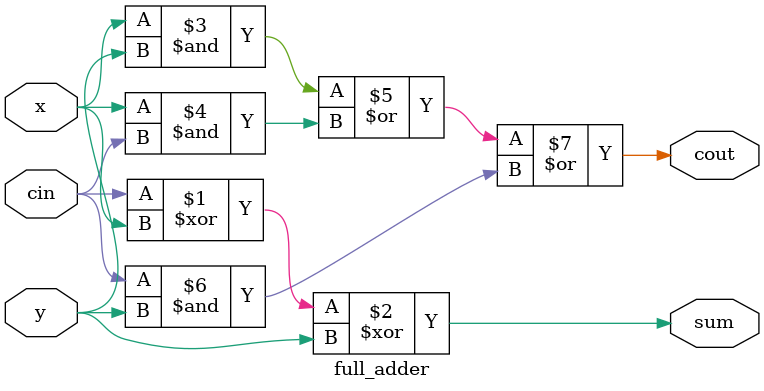
<source format=v>
module full_adder(x, y, cin, sum, cout);

input x, y, cin;
output sum, cout;

assign sum=cin^x^y;
assign cout=(x&y)|(x&cin)|(cin&y);

endmodule

</source>
